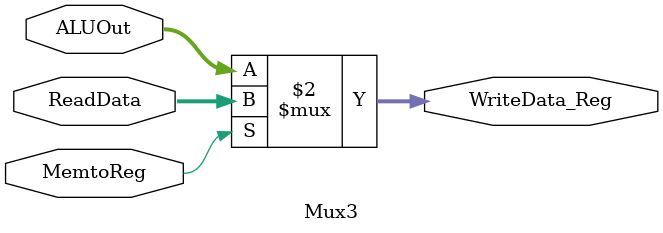
<source format=v>

module Mux1(inst20_16, inst15_11, RegDst, WriteReg);

	input [20:16] inst20_16;
	input [15:11] inst15_11;
	input RegDst;
	
	output reg [4:0] WriteReg;

	always @ (RegDst, inst20_16, inst15_11) begin
		case(RegDst) 
			0 : WriteReg <= inst20_16;
			1 : WriteReg <= inst15_11;
		endcase
	end
endmodule

module Mux2 (ALUSrc, ReadData2, Extend32, ALU_B);

	input ALUSrc;
	input [31:0] ReadData2,Extend32;	
	
	output reg [31:0] ALU_B;
	
	always @(ALUSrc, ReadData2, Extend32) begin
		case (ALUSrc)
			0: ALU_B <= ReadData2 ;
			1: ALU_B <= Extend32;
		endcase
	end
endmodule


module Mux4 (PCout, Add_ALUOut, AndGateOut, PCin);

	input [31:0] PCout, Add_ALUOut;
	input AndGateOut;	
	
	output reg [31:0] PCin;
	
	initial begin
		PCin <= 0;
	end
	
	always @(*) begin
		case (AndGateOut)
			0: PCin <= PCout ;
			1: PCin <= Add_ALUOut;
		endcase
	end
endmodule

module Mux3 (ReadData, ALUOut, MemtoReg, WriteData_Reg);

	input [31:0] ReadData, ALUOut;
	input MemtoReg;	
	
	output wire [31:0] WriteData_Reg;
	assign WriteData_Reg = (MemtoReg==0) ? ALUOut : ReadData;
	
endmodule
</source>
